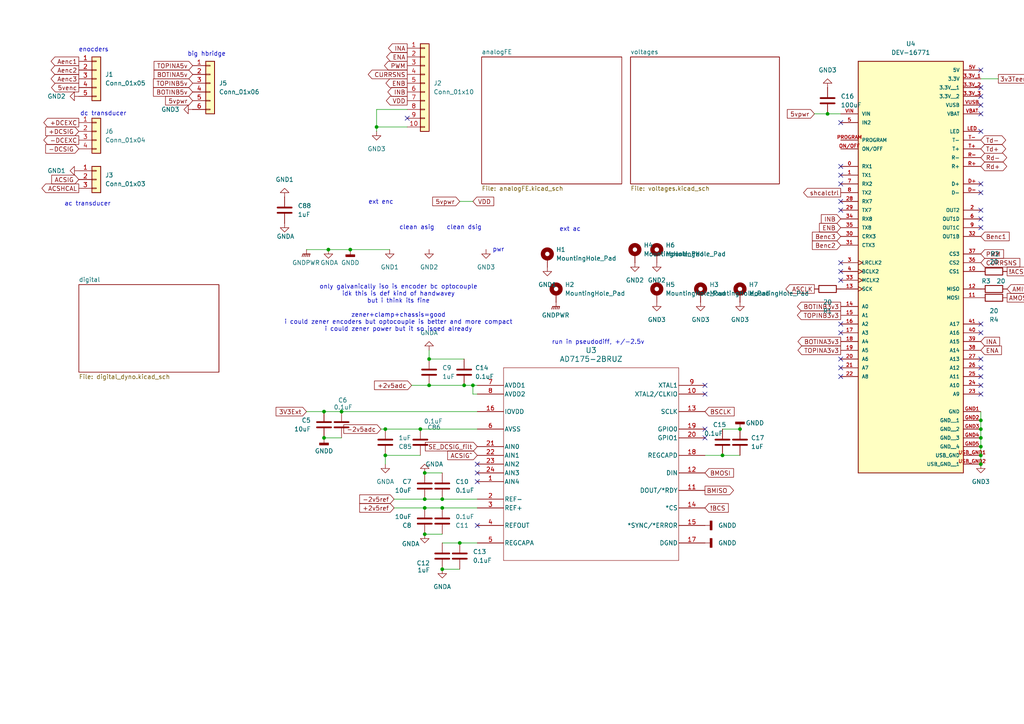
<source format=kicad_sch>
(kicad_sch (version 20231120) (generator "eeschema") (generator_version "8.0")
  (paper "A4")
  (lib_symbols
    (symbol "C_2" (pin_numbers hide) (pin_names (offset 0.254))
      (property "Reference" "C" (at 0.635 2.54 0))
      (property "Value" "C" (at 0.635 -2.54 0))
      (symbol "C_2_0_1"
        (polyline (pts (xy -2.032 -0.762) (xy 2.032 -0.762)) (stroke (width 0.508)))
        (polyline (pts (xy -2.032 0.762) (xy 2.032 0.762)) (stroke (width 0.508)))
      )
      (symbol "C_2_1_1"
        (pin passive line (at 0 3.81 270) (length 2.794) (name "~") (number "1"))
        (pin passive line (at 0 -3.81 90) (length 2.794) (name "~") (number "2"))
      )
    )
    (symbol "Connector_Generic:Conn_01x03" (pin_names (offset 1.016) hide)
      (property "Reference" "J" (at 0 5.08 0))
      (property "Value" "Conn_01x03" (at 0 -5.08 0))
      (symbol "Conn_01x03_1_1"
        (rectangle (start -1.27 -2.413) (end 0 -2.667) (stroke (width 0.1524)))
        (rectangle (start -1.27 0.127) (end 0 -0.127) (stroke (width 0.1524)))
        (rectangle (start -1.27 2.667) (end 0 2.413) (stroke (width 0.1524)))
        (rectangle (start -1.27 3.81) (end 1.27 -3.81) (stroke (width 0.254)) (fill (type background)))
        (pin passive line (at -5.08 2.54 0) (length 3.81) (name "Pin_1") (number "1"))
        (pin passive line (at -5.08 0 0) (length 3.81) (name "Pin_2") (number "2"))
        (pin passive line (at -5.08 -2.54 0) (length 3.81) (name "Pin_3") (number "3"))
      )
    )
    (symbol "Connector_Generic:Conn_01x04" (pin_names (offset 1.016) hide)
      (property "Reference" "J" (at 0 5.08 0))
      (property "Value" "Conn_01x04" (at 0 -7.62 0))
      (symbol "Conn_01x04_1_1"
        (rectangle (start -1.27 -4.953) (end 0 -5.207) (stroke (width 0.1524)))
        (rectangle (start -1.27 -2.413) (end 0 -2.667) (stroke (width 0.1524)))
        (rectangle (start -1.27 0.127) (end 0 -0.127) (stroke (width 0.1524)))
        (rectangle (start -1.27 2.667) (end 0 2.413) (stroke (width 0.1524)))
        (rectangle (start -1.27 3.81) (end 1.27 -6.35) (stroke (width 0.254)) (fill (type background)))
        (pin passive line (at -5.08 2.54 0) (length 3.81) (name "Pin_1") (number "1"))
        (pin passive line (at -5.08 0 0) (length 3.81) (name "Pin_2") (number "2"))
        (pin passive line (at -5.08 -2.54 0) (length 3.81) (name "Pin_3") (number "3"))
        (pin passive line (at -5.08 -5.08 0) (length 3.81) (name "Pin_4") (number "4"))
      )
    )
    (symbol "Connector_Generic:Conn_01x05" (pin_names (offset 1.016) hide)
      (property "Reference" "J" (at 0 7.62 0))
      (property "Value" "Conn_01x05" (at 0 -7.62 0))
      (symbol "Conn_01x05_1_1"
        (rectangle (start -1.27 -4.953) (end 0 -5.207) (stroke (width 0.1524)))
        (rectangle (start -1.27 -2.413) (end 0 -2.667) (stroke (width 0.1524)))
        (rectangle (start -1.27 0.127) (end 0 -0.127) (stroke (width 0.1524)))
        (rectangle (start -1.27 2.667) (end 0 2.413) (stroke (width 0.1524)))
        (rectangle (start -1.27 5.207) (end 0 4.953) (stroke (width 0.1524)))
        (rectangle (start -1.27 6.35) (end 1.27 -6.35) (stroke (width 0.254)) (fill (type background)))
        (pin passive line (at -5.08 5.08 0) (length 3.81) (name "Pin_1") (number "1"))
        (pin passive line (at -5.08 2.54 0) (length 3.81) (name "Pin_2") (number "2"))
        (pin passive line (at -5.08 0 0) (length 3.81) (name "Pin_3") (number "3"))
        (pin passive line (at -5.08 -2.54 0) (length 3.81) (name "Pin_4") (number "4"))
        (pin passive line (at -5.08 -5.08 0) (length 3.81) (name "Pin_5") (number "5"))
      )
    )
    (symbol "Connector_Generic:Conn_01x06" (pin_names (offset 1.016) hide)
      (property "Reference" "J" (at 0 7.62 0))
      (property "Value" "Conn_01x06" (at 0 -10.16 0))
      (symbol "Conn_01x06_1_1"
        (rectangle (start -1.27 -7.493) (end 0 -7.747) (stroke (width 0.1524)))
        (rectangle (start -1.27 -4.953) (end 0 -5.207) (stroke (width 0.1524)))
        (rectangle (start -1.27 -2.413) (end 0 -2.667) (stroke (width 0.1524)))
        (rectangle (start -1.27 0.127) (end 0 -0.127) (stroke (width 0.1524)))
        (rectangle (start -1.27 2.667) (end 0 2.413) (stroke (width 0.1524)))
        (rectangle (start -1.27 5.207) (end 0 4.953) (stroke (width 0.1524)))
        (rectangle (start -1.27 6.35) (end 1.27 -8.89) (stroke (width 0.254)) (fill (type background)))
        (pin passive line (at -5.08 5.08 0) (length 3.81) (name "Pin_1") (number "1"))
        (pin passive line (at -5.08 2.54 0) (length 3.81) (name "Pin_2") (number "2"))
        (pin passive line (at -5.08 0 0) (length 3.81) (name "Pin_3") (number "3"))
        (pin passive line (at -5.08 -2.54 0) (length 3.81) (name "Pin_4") (number "4"))
        (pin passive line (at -5.08 -5.08 0) (length 3.81) (name "Pin_5") (number "5"))
        (pin passive line (at -5.08 -7.62 0) (length 3.81) (name "Pin_6") (number "6"))
      )
    )
    (symbol "Connector_Generic:Conn_01x10" (pin_names (offset 1.016) hide)
      (property "Reference" "J" (at 0 12.7 0))
      (property "Value" "Conn_01x10" (at 0 -15.24 0))
      (symbol "Conn_01x10_1_1"
        (rectangle (start -1.27 -12.573) (end 0 -12.827) (stroke (width 0.1524)))
        (rectangle (start -1.27 -10.033) (end 0 -10.287) (stroke (width 0.1524)))
        (rectangle (start -1.27 -7.493) (end 0 -7.747) (stroke (width 0.1524)))
        (rectangle (start -1.27 -4.953) (end 0 -5.207) (stroke (width 0.1524)))
        (rectangle (start -1.27 -2.413) (end 0 -2.667) (stroke (width 0.1524)))
        (rectangle (start -1.27 0.127) (end 0 -0.127) (stroke (width 0.1524)))
        (rectangle (start -1.27 2.667) (end 0 2.413) (stroke (width 0.1524)))
        (rectangle (start -1.27 5.207) (end 0 4.953) (stroke (width 0.1524)))
        (rectangle (start -1.27 7.747) (end 0 7.493) (stroke (width 0.1524)))
        (rectangle (start -1.27 10.287) (end 0 10.033) (stroke (width 0.1524)))
        (rectangle (start -1.27 11.43) (end 1.27 -13.97) (stroke (width 0.254)) (fill (type background)))
        (pin passive line (at -5.08 10.16 0) (length 3.81) (name "Pin_1") (number "1"))
        (pin passive line (at -5.08 -12.7 0) (length 3.81) (name "Pin_10") (number "10"))
        (pin passive line (at -5.08 7.62 0) (length 3.81) (name "Pin_2") (number "2"))
        (pin passive line (at -5.08 5.08 0) (length 3.81) (name "Pin_3") (number "3"))
        (pin passive line (at -5.08 2.54 0) (length 3.81) (name "Pin_4") (number "4"))
        (pin passive line (at -5.08 0 0) (length 3.81) (name "Pin_5") (number "5"))
        (pin passive line (at -5.08 -2.54 0) (length 3.81) (name "Pin_6") (number "6"))
        (pin passive line (at -5.08 -5.08 0) (length 3.81) (name "Pin_7") (number "7"))
        (pin passive line (at -5.08 -7.62 0) (length 3.81) (name "Pin_8") (number "8"))
        (pin passive line (at -5.08 -10.16 0) (length 3.81) (name "Pin_9") (number "9"))
      )
    )
    (symbol "Device:C" (pin_numbers hide) (pin_names (offset 0.254))
      (property "Reference" "C" (at 0.635 2.54 0))
      (property "Value" "C" (at 0.635 -2.54 0))
      (symbol "C_0_1"
        (polyline (pts (xy -2.032 -0.762) (xy 2.032 -0.762)) (stroke (width 0.508)))
        (polyline (pts (xy -2.032 0.762) (xy 2.032 0.762)) (stroke (width 0.508)))
      )
      (symbol "C_1_1"
        (pin passive line (at 0 3.81 270) (length 2.794) (name "~") (number "1"))
        (pin passive line (at 0 -3.81 90) (length 2.794) (name "~") (number "2"))
      )
    )
    (symbol "Device:R" (pin_numbers hide) (pin_names (offset 0))
      (property "Reference" "R" (at 2.032 0 90))
      (property "Value" "R" (at 0 0 90))
      (symbol "R_0_1"
        (rectangle (start -1.016 -2.54) (end 1.016 2.54) (stroke (width 0.254)))
      )
      (symbol "R_1_1"
        (pin passive line (at 0 3.81 270) (length 1.27) (name "~") (number "1"))
        (pin passive line (at 0 -3.81 90) (length 1.27) (name "~") (number "2"))
      )
    )
    (symbol "GNDA_1" (power) (pin_numbers hide) (pin_names (offset 0) hide)
      (property "Value" "GNDA" (at 0 -3.81 0))
      (symbol "GNDA_1_0_1"
        (polyline (pts (xy 0 0) (xy 0 -1.27) (xy 1.27 -1.27) (xy 0 -2.54) (xy -1.27 -1.27) (xy 0 -1.27)))
      )
      (symbol "GNDA_1_1_1"
        (pin power_in line (at 0 0 270) (length 0) (name "~") (number "1"))
      )
    )
    (symbol "GNDD_1" (power) (pin_numbers hide) (pin_names (offset 0) hide)
      (property "Value" "GNDD" (at 0 -3.175 0))
      (symbol "GNDD_1_0_1"
        (rectangle (start -1.27 -1.524) (end 1.27 -2.032) (stroke (width 0.254)) (fill (type outline)))
        (polyline (pts (xy 0 0) (xy 0 -1.524)))
      )
      (symbol "GNDD_1_1_1"
        (pin power_in line (at 0 0 270) (length 0) (name "~") (number "1"))
      )
    )
    (symbol "Mechanical:MountingHole_Pad" (pin_numbers hide) (pin_names (offset 1.016) hide) (exclude_from_sim yes) (in_bom no)
      (property "Reference" "H" (at 0 6.35 0))
      (property "Value" "MountingHole_Pad" (at 0 4.445 0))
      (symbol "MountingHole_Pad_0_1"
        (circle (center 0 1.27) (radius 1.27) (stroke (width 1.27)))
      )
      (symbol "MountingHole_Pad_1_1"
        (pin input line (at 0 -2.54 90) (length 2.54) (name "1") (number "1"))
      )
    )
    (symbol "dyno_inst_sym:AD7175-2BRUZ" (pin_names (offset 0.254))
      (property "Reference" "U" (at 33.02 10.16 0))
      (property "Value" "AD7175-2BRUZ" (at 33.02 7.62 0))
      (symbol "AD7175-2BRUZ_0_1"
        (polyline (pts (xy 7.62 -50.8) (xy 58.42 -50.8)) (stroke (width 0.127)))
        (polyline (pts (xy 7.62 5.08) (xy 7.62 -50.8)) (stroke (width 0.127)))
        (polyline (pts (xy 58.42 -50.8) (xy 58.42 5.08)) (stroke (width 0.127)))
        (polyline (pts (xy 58.42 5.08) (xy 7.62 5.08)) (stroke (width 0.127)))
        (pin unspecified line (at 0 -27.94 0) (length 7.62) (name "AIN4") (number "1"))
        (pin unspecified line (at 66.04 -2.54 180) (length 7.62) (name "XTAL2/CLKIO") (number "10"))
        (pin unspecified line (at 66.04 -30.48 180) (length 7.62) (name "DOUT/*RDY") (number "11"))
        (pin unspecified line (at 66.04 -25.4 180) (length 7.62) (name "DIN") (number "12"))
        (pin unspecified line (at 66.04 -7.62 180) (length 7.62) (name "SCLK") (number "13"))
        (pin unspecified line (at 66.04 -35.56 180) (length 7.62) (name "*CS") (number "14"))
        (pin unspecified line (at 66.04 -40.64 180) (length 7.62) (name "*SYNC/*ERROR") (number "15"))
        (pin unspecified line (at 0 -7.62 0) (length 7.62) (name "IOVDD") (number "16"))
        (pin unspecified line (at 66.04 -45.72 180) (length 7.62) (name "DGND") (number "17"))
        (pin unspecified line (at 66.04 -20.32 180) (length 7.62) (name "REGCAPD") (number "18"))
        (pin unspecified line (at 66.04 -12.7 180) (length 7.62) (name "GPIO0") (number "19"))
        (pin unspecified line (at 0 -33.02 0) (length 7.62) (name "REF-") (number "2"))
        (pin unspecified line (at 66.04 -15.24 180) (length 7.62) (name "GPIO1") (number "20"))
        (pin unspecified line (at 0 -17.78 0) (length 7.62) (name "AIN0") (number "21"))
        (pin unspecified line (at 0 -20.32 0) (length 7.62) (name "AIN1") (number "22"))
        (pin unspecified line (at 0 -22.86 0) (length 7.62) (name "AIN2") (number "23"))
        (pin unspecified line (at 0 -25.4 0) (length 7.62) (name "AIN3") (number "24"))
        (pin unspecified line (at 0 -35.56 0) (length 7.62) (name "REF+") (number "3"))
        (pin unspecified line (at 0 -40.64 0) (length 7.62) (name "REFOUT") (number "4"))
        (pin unspecified line (at 0 -45.72 0) (length 7.62) (name "REGCAPA") (number "5"))
        (pin unspecified line (at 0 -12.7 0) (length 7.62) (name "AVSS") (number "6"))
        (pin unspecified line (at 0 0 0) (length 7.62) (name "AVDD1") (number "7"))
        (pin unspecified line (at 0 -2.54 0) (length 7.62) (name "AVDD2") (number "8"))
        (pin unspecified line (at 66.04 0 180) (length 7.62) (name "XTAL1") (number "9"))
      )
    )
    (symbol "dyno_inst_sym:DEV-16771" (pin_names (offset 1.016))
      (property "Reference" "U5" (at 0 55.245 0))
      (property "Value" "DEV-16771" (at 0 52.705 0))
      (symbol "DEV-16771_0_0"
        (rectangle (start -15.24 -68.58) (end 15.24 50.8) (stroke (width 0.254)) (fill (type background)))
        (pin bidirectional line (at -20.32 20.32 0) (length 5.08) (name "RX1") (number "0"))
        (pin bidirectional line (at -20.32 17.78 0) (length 5.08) (name "TX1") (number "1"))
        (pin bidirectional line (at 20.32 -10.16 180) (length 5.08) (name "CS1") (number "10"))
        (pin bidirectional line (at 20.32 -17.78 180) (length 5.08) (name "MOSI") (number "11"))
        (pin bidirectional line (at 20.32 -15.24 180) (length 5.08) (name "MISO") (number "12"))
        (pin bidirectional clock (at -20.32 -15.24 0) (length 5.08) (name "SCK") (number "13"))
        (pin bidirectional line (at -20.32 -20.32 0) (length 5.08) (name "A0") (number "14"))
        (pin bidirectional line (at -20.32 -22.86 0) (length 5.08) (name "A1") (number "15"))
        (pin bidirectional line (at -20.32 -25.4 0) (length 5.08) (name "A2") (number "16"))
        (pin bidirectional line (at -20.32 -27.94 0) (length 5.08) (name "A3") (number "17"))
        (pin bidirectional line (at -20.32 -30.48 0) (length 5.08) (name "A4") (number "18"))
        (pin bidirectional line (at -20.32 -33.02 0) (length 5.08) (name "A5") (number "19"))
        (pin output line (at 20.32 7.62 180) (length 5.08) (name "OUT2") (number "2"))
        (pin bidirectional line (at -20.32 -35.56 0) (length 5.08) (name "A6") (number "20"))
        (pin bidirectional line (at -20.32 -38.1 0) (length 5.08) (name "A7") (number "21"))
        (pin bidirectional line (at -20.32 -40.64 0) (length 5.08) (name "A8") (number "22"))
        (pin bidirectional line (at 20.32 -45.72 180) (length 5.08) (name "A9") (number "23"))
        (pin bidirectional line (at 20.32 -43.18 180) (length 5.08) (name "A10") (number "24"))
        (pin bidirectional line (at 20.32 -40.64 180) (length 5.08) (name "A11") (number "25"))
        (pin bidirectional line (at 20.32 -38.1 180) (length 5.08) (name "A12") (number "26"))
        (pin bidirectional line (at 20.32 -35.56 180) (length 5.08) (name "A13") (number "27"))
        (pin bidirectional line (at -20.32 10.16 0) (length 5.08) (name "RX7") (number "28"))
        (pin bidirectional line (at -20.32 7.62 0) (length 5.08) (name "TX7") (number "29"))
        (pin bidirectional clock (at -20.32 -7.62 0) (length 5.08) (name "LRCLK2") (number "3"))
        (pin power_in line (at 20.32 45.72 180) (length 5.08) (name "3.3V") (number "3.3V_1"))
        (pin power_in line (at 20.32 43.18 180) (length 5.08) (name "3.3V__1") (number "3.3V_2"))
        (pin power_in line (at 20.32 40.64 180) (length 5.08) (name "3.3V__2") (number "3.3V_3"))
        (pin bidirectional line (at -20.32 0 0) (length 5.08) (name "CRX3") (number "30"))
        (pin bidirectional line (at -20.32 -2.54 0) (length 5.08) (name "CTX3") (number "31"))
        (pin output line (at 20.32 0 180) (length 5.08) (name "OUT1B") (number "32"))
        (pin bidirectional clock (at -20.32 -12.7 0) (length 5.08) (name "MCLK2") (number "33"))
        (pin bidirectional line (at -20.32 5.08 0) (length 5.08) (name "RX8") (number "34"))
        (pin bidirectional line (at -20.32 2.54 0) (length 5.08) (name "TX8") (number "35"))
        (pin bidirectional line (at 20.32 -7.62 180) (length 5.08) (name "CS2") (number "36"))
        (pin bidirectional line (at 20.32 -5.08 180) (length 5.08) (name "CS3") (number "37"))
        (pin bidirectional line (at 20.32 -33.02 180) (length 5.08) (name "A14") (number "38"))
        (pin bidirectional line (at 20.32 -30.48 180) (length 5.08) (name "A15") (number "39"))
        (pin bidirectional clock (at -20.32 -10.16 0) (length 5.08) (name "BCLK2") (number "4"))
        (pin bidirectional line (at 20.32 -27.94 180) (length 5.08) (name "A16") (number "40"))
        (pin bidirectional line (at 20.32 -25.4 180) (length 5.08) (name "A17") (number "41"))
        (pin bidirectional line (at -20.32 33.02 0) (length 5.08) (name "IN2") (number "5"))
        (pin power_in line (at 20.32 48.26 180) (length 5.08) (name "5V") (number "5V"))
        (pin output line (at 20.32 5.08 180) (length 5.08) (name "OUT1D") (number "6"))
        (pin bidirectional line (at -20.32 15.24 0) (length 5.08) (name "RX2") (number "7"))
        (pin bidirectional line (at -20.32 12.7 0) (length 5.08) (name "TX2") (number "8"))
        (pin output line (at 20.32 2.54 180) (length 5.08) (name "OUT1C") (number "9"))
        (pin bidirectional line (at 20.32 15.24 180) (length 5.08) (name "D+") (number "D+"))
        (pin bidirectional line (at 20.32 12.7 180) (length 5.08) (name "D-") (number "D-"))
        (pin power_in line (at 20.32 -50.8 180) (length 5.08) (name "GND") (number "GND1"))
        (pin power_in line (at 20.32 -53.34 180) (length 5.08) (name "GND__1") (number "GND2"))
        (pin power_in line (at 20.32 -55.88 180) (length 5.08) (name "GND__2") (number "GND3"))
        (pin power_in line (at 20.32 -58.42 180) (length 5.08) (name "GND__3") (number "GND4"))
        (pin power_in line (at 20.32 -60.96 180) (length 5.08) (name "GND__4") (number "GND5"))
        (pin bidirectional line (at 20.32 30.48 180) (length 5.08) (name "LED") (number "LED"))
        (pin bidirectional line (at -20.32 25.4 0) (length 5.08) (name "ON/OFF") (number "ON/OFF"))
        (pin bidirectional line (at -20.32 27.94 0) (length 5.08) (name "PROGRAM") (number "PROGRAM"))
        (pin bidirectional line (at 20.32 20.32 180) (length 5.08) (name "R+") (number "R+"))
        (pin bidirectional line (at 20.32 22.86 180) (length 5.08) (name "R-") (number "R-"))
        (pin bidirectional line (at 20.32 25.4 180) (length 5.08) (name "T+") (number "T+"))
        (pin bidirectional line (at 20.32 27.94 180) (length 5.08) (name "T-") (number "T-"))
        (pin power_in line (at 20.32 -63.5 180) (length 5.08) (name "USB_GND") (number "USB_GND1"))
        (pin power_in line (at 20.32 -66.04 180) (length 5.08) (name "USB_GND__1") (number "USB_GND2"))
        (pin passive line (at 20.32 35.56 180) (length 5.08) (name "VBAT") (number "VBAT"))
        (pin input line (at -20.32 35.56 0) (length 5.08) (name "VIN") (number "VIN"))
        (pin passive line (at 20.32 38.1 180) (length 5.08) (name "VUSB") (number "VUSB"))
      )
    )
    (symbol "power:GND1" (power) (pin_numbers hide) (pin_names (offset 0) hide)
      (property "Value" "GND1" (at 0 -3.81 0))
      (symbol "GND1_0_1"
        (polyline (pts (xy 0 0) (xy 0 -1.27) (xy 1.27 -1.27) (xy 0 -2.54) (xy -1.27 -1.27) (xy 0 -1.27)))
      )
      (symbol "GND1_1_1"
        (pin power_in line (at 0 0 270) (length 0) (name "~") (number "1"))
      )
    )
    (symbol "power:GND2" (power) (pin_numbers hide) (pin_names (offset 0) hide)
      (property "Value" "GND2" (at 0 -3.81 0))
      (symbol "GND2_0_1"
        (polyline (pts (xy 0 0) (xy 0 -1.27) (xy 1.27 -1.27) (xy 0 -2.54) (xy -1.27 -1.27) (xy 0 -1.27)))
      )
      (symbol "GND2_1_1"
        (pin power_in line (at 0 0 270) (length 0) (name "~") (number "1"))
      )
    )
    (symbol "power:GND3" (power) (pin_numbers hide) (pin_names (offset 0) hide)
      (property "Value" "GND3" (at 0 -3.81 0))
      (symbol "GND3_0_1"
        (polyline (pts (xy 0 0) (xy 0 -1.27) (xy 1.27 -1.27) (xy 0 -2.54) (xy -1.27 -1.27) (xy 0 -1.27)))
      )
      (symbol "GND3_1_1"
        (pin power_in line (at 0 0 270) (length 0) (name "~") (number "1"))
      )
    )
    (symbol "power:GNDA" (power) (pin_names (offset 0))
      (property "Value" "GNDA" (at 0 -3.81 0))
      (symbol "GNDA_0_1"
        (polyline (pts (xy 0 0) (xy 0 -1.27) (xy 1.27 -1.27) (xy 0 -2.54) (xy -1.27 -1.27) (xy 0 -1.27)))
      )
      (symbol "GNDA_1_1"
        (pin power_in line (at 0 0 270) (length 0) hide (name "GNDA") (number "1"))
      )
    )
    (symbol "power:GNDD" (power) (pin_names (offset 0))
      (property "Value" "GNDD" (at 0 -3.175 0))
      (symbol "GNDD_0_1"
        (rectangle (start -1.27 -1.524) (end 1.27 -2.032) (stroke (width 0.254)) (fill (type outline)))
        (polyline (pts (xy 0 0) (xy 0 -1.524)))
      )
      (symbol "GNDD_1_1"
        (pin power_in line (at 0 0 270) (length 0) hide (name "GNDD") (number "1"))
      )
    )
    (symbol "power:GNDPWR" (power) (pin_numbers hide) (pin_names (offset 0) hide)
      (property "Value" "GNDPWR" (at 0 -3.302 0))
      (symbol "GNDPWR_0_1"
        (polyline (pts (xy 0 -1.27) (xy 0 0)))
        (polyline (pts (xy -1.016 -1.27) (xy -1.27 -2.032) (xy -1.27 -2.032)) (stroke (width 0.2032)))
        (polyline (pts (xy -0.508 -1.27) (xy -0.762 -2.032) (xy -0.762 -2.032)) (stroke (width 0.2032)))
        (polyline (pts (xy 0 -1.27) (xy -0.254 -2.032) (xy -0.254 -2.032)) (stroke (width 0.2032)))
        (polyline (pts (xy 0.508 -1.27) (xy 0.254 -2.032) (xy 0.254 -2.032)) (stroke (width 0.2032)))
        (polyline (pts (xy 1.016 -1.27) (xy -1.016 -1.27) (xy -1.016 -1.27)) (stroke (width 0.2032)))
        (polyline (pts (xy 1.016 -1.27) (xy 0.762 -2.032) (xy 0.762 -2.032) (xy 0.762 -2.032)) (stroke (width 0.2032)))
      )
      (symbol "GNDPWR_1_1"
        (pin power_in line (at 0 0 270) (length 0) (name "~") (number "1"))
      )
    )
  )
  (junction (at 95.25 72.39))
  (junction (at 137.16 111.76))
  (junction (at 128.27 147.32))
  (junction (at 101.6 72.39))
  (junction (at 284.48 134.62))
  (junction (at 124.46 104.14))
  (junction (at 209.55 132.08))
  (junction (at 284.48 121.92))
  (junction (at 123.19 154.94))
  (junction (at 93.98 119.38))
  (junction (at 111.76 124.46))
  (junction (at 111.76 132.08))
  (junction (at 284.48 124.46))
  (junction (at 128.27 144.78))
  (junction (at 134.62 111.76))
  (junction (at 133.35 157.48))
  (junction (at 99.06 119.38))
  (junction (at 121.92 124.46))
  (junction (at 93.98 127))
  (junction (at 123.19 137.16))
  (junction (at 109.22 36.83))
  (junction (at 124.46 111.76))
  (junction (at 123.19 147.32))
  (junction (at 284.48 132.08))
  (junction (at 284.48 129.54))
  (junction (at 284.48 127))
  (junction (at 123.19 144.78))
  (junction (at 240.03 33.02))
  (junction (at 128.27 165.1))
  (junction (at 214.63 124.46))
  (no_connect (at 284.48 114.3))
  (no_connect (at 243.84 48.26))
  (no_connect (at 243.84 53.34))
  (no_connect (at 243.84 81.28))
  (no_connect (at 243.84 58.42))
  (no_connect (at 284.48 96.52))
  (no_connect (at 138.43 134.62))
  (no_connect (at 204.47 111.76))
  (no_connect (at 284.48 27.94))
  (no_connect (at 284.48 109.22))
  (no_connect (at 243.84 109.22))
  (no_connect (at 284.48 33.02))
  (no_connect (at 138.43 152.4))
  (no_connect (at 118.11 34.29))
  (no_connect (at 284.48 30.48))
  (no_connect (at 284.48 53.34))
  (no_connect (at 284.48 38.1))
  (no_connect (at 204.47 127))
  (no_connect (at 138.43 137.16))
  (no_connect (at 204.47 114.3))
  (no_connect (at 243.84 106.68))
  (no_connect (at 284.48 93.98))
  (no_connect (at 284.48 55.88))
  (no_connect (at 138.43 139.7))
  (no_connect (at 243.84 76.2))
  (no_connect (at 284.48 106.68))
  (no_connect (at 204.47 124.46))
  (no_connect (at 243.84 78.74))
  (no_connect (at 243.84 96.52))
  (no_connect (at 284.48 60.96))
  (no_connect (at 284.48 66.04))
  (no_connect (at 243.84 60.96))
  (no_connect (at 243.84 93.98))
  (no_connect (at 284.48 111.76))
  (no_connect (at 284.48 63.5))
  (no_connect (at 284.48 104.14))
  (no_connect (at 284.48 25.4))
  (no_connect (at 243.84 104.14))
  (no_connect (at 243.84 35.56))
  (no_connect (at 284.48 20.32))
  (no_connect (at 243.84 50.8))
  (wire (pts (xy 121.92 124.46) (xy 138.43 124.46)))
  (wire (pts (xy 138.43 114.3) (xy 137.16 114.3)))
  (wire (pts (xy 204.47 132.08) (xy 209.55 132.08)))
  (wire (pts (xy 124.46 101.6) (xy 124.46 104.14)))
  (wire (pts (xy 284.48 129.54) (xy 284.48 132.08)))
  (wire (pts (xy 99.06 119.38) (xy 138.43 119.38)))
  (wire (pts (xy 123.19 137.16) (xy 128.27 137.16)))
  (wire (pts (xy 109.22 36.83) (xy 109.22 38.1)))
  (wire (pts (xy 209.55 132.08) (xy 214.63 132.08)))
  (wire (pts (xy 123.19 147.32) (xy 128.27 147.32)))
  (wire (pts (xy 284.48 121.92) (xy 284.48 124.46)))
  (wire (pts (xy 124.46 111.76) (xy 134.62 111.76)))
  (wire (pts (xy 133.35 157.48) (xy 138.43 157.48)))
  (wire (pts (xy 209.55 124.46) (xy 214.63 124.46)))
  (wire (pts (xy 128.27 157.48) (xy 133.35 157.48)))
  (wire (pts (xy 289.56 22.86) (xy 284.48 22.86)))
  (wire (pts (xy 88.9 119.38) (xy 93.98 119.38)))
  (wire (pts (xy 111.76 134.62) (xy 111.76 132.08)))
  (wire (pts (xy 137.16 58.42) (xy 133.35 58.42)))
  (wire (pts (xy 101.6 72.39) (xy 113.03 72.39)))
  (wire (pts (xy 119.38 111.76) (xy 124.46 111.76)))
  (wire (pts (xy 114.3 144.78) (xy 123.19 144.78)))
  (wire (pts (xy 284.48 127) (xy 284.48 129.54)))
  (wire (pts (xy 88.9 72.39) (xy 95.25 72.39)))
  (wire (pts (xy 284.48 132.08) (xy 284.48 134.62)))
  (wire (pts (xy 128.27 144.78) (xy 138.43 144.78)))
  (wire (pts (xy 111.76 132.08) (xy 121.92 132.08)))
  (wire (pts (xy 110.49 124.46) (xy 111.76 124.46)))
  (wire (pts (xy 284.48 119.38) (xy 284.48 121.92)))
  (wire (pts (xy 284.48 124.46) (xy 284.48 127)))
  (wire (pts (xy 93.98 127) (xy 99.06 127)))
  (wire (pts (xy 137.16 114.3) (xy 137.16 111.76)))
  (wire (pts (xy 118.11 31.75) (xy 109.22 31.75)))
  (wire (pts (xy 118.11 36.83) (xy 109.22 36.83)))
  (wire (pts (xy 123.19 154.94) (xy 128.27 154.94)))
  (wire (pts (xy 128.27 147.32) (xy 138.43 147.32)))
  (wire (pts (xy 240.03 33.02) (xy 243.84 33.02)))
  (wire (pts (xy 95.25 72.39) (xy 101.6 72.39)))
  (wire (pts (xy 114.3 147.32) (xy 123.19 147.32)))
  (wire (pts (xy 111.76 124.46) (xy 121.92 124.46)))
  (wire (pts (xy 236.22 33.02) (xy 240.03 33.02)))
  (wire (pts (xy 109.22 31.75) (xy 109.22 36.83)))
  (wire (pts (xy 128.27 165.1) (xy 133.35 165.1)))
  (wire (pts (xy 93.98 119.38) (xy 99.06 119.38)))
  (wire (pts (xy 134.62 111.76) (xy 137.16 111.76)))
  (wire (pts (xy 123.19 144.78) (xy 128.27 144.78)))
  (wire (pts (xy 124.46 104.14) (xy 134.62 104.14)))
  (wire (pts (xy 137.16 111.76) (xy 138.43 111.76)))
  (text "dc transducer\n" (at 29.972 33.02 0) (effects (font (size 1.27 1.27))))
  (text "clean dsig" (at 134.62 66.04 0) (effects (font (size 1.27 1.27))))
  (text "big hbridge" (at 59.944 15.748 0) (effects (font (size 1.27 1.27))))
  (text "pwr" (at 144.5731 72.4792 0) (effects (font (size 1.27 1.27))))
  (text "ext enc" (at 110.49 58.674 0) (effects (font (size 1.27 1.27))))
  (text "only galvanically iso is encoder bc optocouple\nidk this is def kind of handwavey\nbut i think its fine\n\nzener+clamp+chassis=good\ni could zener encoders but optocouple is better and more compact\ni could zener power but it so isoed already" (at 115.57 89.408 0) (effects (font (size 1.27 1.27))))
  (text "run in pseudodiff, +/-2.5v" (at 173.482 99.314 0) (effects (font (size 1.27 1.27))))
  (text "ext ac" (at 165.354 66.548 0) (effects (font (size 1.27 1.27))))
  (text "clean asig" (at 120.904 66.04 0) (effects (font (size 1.27 1.27))))
  (text "enocders" (at 27.178 14.478 0) (effects (font (size 1.27 1.27))))
  (text "ac transducer" (at 25.4 59.182 0) (effects (font (size 1.27 1.27))))
  (global_label "ACSIG^" (shape input) (at 138.43 132.08 180) (property "Intersheetrefs" "${INTERSHEET_REFS}" (effects (hide yes))))
  (global_label "SE_DCSIG_filt" (shape input) (at 138.43 129.54 180) (property "Intersheetrefs" "${INTERSHEET_REFS}" (effects (hide yes))))
  (global_label "5vpwr" (shape input) (at 133.35 58.42 180) (property "Intersheetrefs" "${INTERSHEET_REFS}" (effects (hide yes))))
  (global_label "PWM" (shape input) (at 284.48 73.66 0) (property "Intersheetrefs" "${INTERSHEET_REFS}" (effects (hide yes))))
  (global_label "+2v5adc" (shape input) (at 119.38 111.76 180) (property "Intersheetrefs" "${INTERSHEET_REFS}" (effects (hide yes))))
  (global_label "Benc3" (shape input) (at 243.84 68.58 180) (property "Intersheetrefs" "${INTERSHEET_REFS}" (effects (hide yes))))
  (global_label "BOTINB5v" (shape input) (at 55.88 26.67 180) (property "Intersheetrefs" "${INTERSHEET_REFS}" (effects (hide yes))))
  (global_label "INB" (shape input) (at 243.84 63.5 180) (property "Intersheetrefs" "${INTERSHEET_REFS}" (effects (hide yes))))
  (global_label "Td-" (shape bidirectional) (at 284.48 40.64 0) (property "Intersheetrefs" "${INTERSHEET_REFS}" (effects (hide yes))))
  (global_label "CURRSNS" (shape output) (at 118.11 21.59 180) (property "Intersheetrefs" "${INTERSHEET_REFS}" (effects (hide yes))))
  (global_label "-2v5adc" (shape input) (at 110.49 124.46 180) (property "Intersheetrefs" "${INTERSHEET_REFS}" (effects (hide yes))))
  (global_label "TOPINA5v" (shape input) (at 55.88 19.05 180) (property "Intersheetrefs" "${INTERSHEET_REFS}" (effects (hide yes))))
  (global_label "AMOSI" (shape output) (at 292.1 86.36 0) (property "Intersheetrefs" "${INTERSHEET_REFS}" (effects (hide yes))))
  (global_label "3V3Ext" (shape input) (at 88.9 119.38 180) (property "Intersheetrefs" "${INTERSHEET_REFS}" (effects (hide yes))))
  (global_label "+2v5ref" (shape input) (at 114.3 147.32 180) (property "Intersheetrefs" "${INTERSHEET_REFS}" (effects (hide yes))))
  (global_label "!ACS" (shape output) (at 292.1 78.74 0) (property "Intersheetrefs" "${INTERSHEET_REFS}" (effects (hide yes))))
  (global_label "!BCS" (shape input) (at 204.47 147.32 0) (property "Intersheetrefs" "${INTERSHEET_REFS}" (effects (hide yes))))
  (global_label "ENA" (shape output) (at 118.11 16.51 180) (property "Intersheetrefs" "${INTERSHEET_REFS}" (effects (hide yes))))
  (global_label "ACSIG" (shape input) (at 22.86 52.07 180) (property "Intersheetrefs" "${INTERSHEET_REFS}" (effects (hide yes))))
  (global_label "Benc1" (shape input) (at 284.48 68.58 0) (property "Intersheetrefs" "${INTERSHEET_REFS}" (effects (hide yes))))
  (global_label "Aenc2" (shape output) (at 22.86 20.32 180) (property "Intersheetrefs" "${INTERSHEET_REFS}" (effects (hide yes))))
  (global_label "VDD" (shape input) (at 137.16 58.42 0) (property "Intersheetrefs" "${INTERSHEET_REFS}" (effects (hide yes))))
  (global_label "3v3Teensy" (shape output) (at 289.56 22.86 0) (property "Intersheetrefs" "${INTERSHEET_REFS}" (effects (hide yes))))
  (global_label "+DCSIG" (shape input) (at 22.86 38.1 180) (property "Intersheetrefs" "${INTERSHEET_REFS}" (effects (hide yes))))
  (global_label "5venc" (shape output) (at 22.86 25.4 180) (property "Intersheetrefs" "${INTERSHEET_REFS}" (effects (hide yes))))
  (global_label "TOPINA3v3" (shape output) (at 243.84 101.6 180) (property "Intersheetrefs" "${INTERSHEET_REFS}" (effects (hide yes))))
  (global_label "5vpwr" (shape input) (at 236.22 33.02 180) (property "Intersheetrefs" "${INTERSHEET_REFS}" (effects (hide yes))))
  (global_label "Rd-" (shape bidirectional) (at 284.48 45.72 0) (property "Intersheetrefs" "${INTERSHEET_REFS}" (effects (hide yes))))
  (global_label "BMOSI" (shape input) (at 204.47 137.16 0) (property "Intersheetrefs" "${INTERSHEET_REFS}" (effects (hide yes))))
  (global_label "TOPINB5v" (shape input) (at 55.88 24.13 180) (property "Intersheetrefs" "${INTERSHEET_REFS}" (effects (hide yes))))
  (global_label "-2v5ref" (shape input) (at 114.3 144.78 180) (property "Intersheetrefs" "${INTERSHEET_REFS}" (effects (hide yes))))
  (global_label "ENB" (shape output) (at 118.11 24.13 180) (property "Intersheetrefs" "${INTERSHEET_REFS}" (effects (hide yes))))
  (global_label "PWM" (shape output) (at 118.11 19.05 180) (property "Intersheetrefs" "${INTERSHEET_REFS}" (effects (hide yes))))
  (global_label "ENA" (shape input) (at 284.48 101.6 0) (property "Intersheetrefs" "${INTERSHEET_REFS}" (effects (hide yes))))
  (global_label "INB" (shape output) (at 118.11 26.67 180) (property "Intersheetrefs" "${INTERSHEET_REFS}" (effects (hide yes))))
  (global_label "shcalctrl" (shape output) (at 243.84 55.88 180) (property "Intersheetrefs" "${INTERSHEET_REFS}" (effects (hide yes))))
  (global_label "VDD" (shape output) (at 118.11 29.21 180) (property "Intersheetrefs" "${INTERSHEET_REFS}" (effects (hide yes))))
  (global_label "BOTINA3v3" (shape output) (at 243.84 99.06 180) (property "Intersheetrefs" "${INTERSHEET_REFS}" (effects (hide yes))))
  (global_label "TOPINB3v3" (shape output) (at 243.84 91.44 180) (property "Intersheetrefs" "${INTERSHEET_REFS}" (effects (hide yes))))
  (global_label "INA" (shape input) (at 284.48 99.06 0) (property "Intersheetrefs" "${INTERSHEET_REFS}" (effects (hide yes))))
  (global_label "CURRSNS" (shape input) (at 284.48 76.2 0) (property "Intersheetrefs" "${INTERSHEET_REFS}" (effects (hide yes))))
  (global_label "Benc2" (shape input) (at 243.84 71.12 180) (property "Intersheetrefs" "${INTERSHEET_REFS}" (effects (hide yes))))
  (global_label "-DCSIG" (shape input) (at 22.86 43.18 180) (property "Intersheetrefs" "${INTERSHEET_REFS}" (effects (hide yes))))
  (global_label "AMISO" (shape input) (at 292.1 83.82 0) (property "Intersheetrefs" "${INTERSHEET_REFS}" (effects (hide yes))))
  (global_label "ENB" (shape input) (at 243.84 66.04 180) (property "Intersheetrefs" "${INTERSHEET_REFS}" (effects (hide yes))))
  (global_label "BMISO" (shape output) (at 204.47 142.24 0) (property "Intersheetrefs" "${INTERSHEET_REFS}" (effects (hide yes))))
  (global_label "Aenc1" (shape output) (at 22.86 17.78 180) (property "Intersheetrefs" "${INTERSHEET_REFS}" (effects (hide yes))))
  (global_label "ASCLK" (shape output) (at 236.22 83.82 180) (property "Intersheetrefs" "${INTERSHEET_REFS}" (effects (hide yes))))
  (global_label "Rd+" (shape bidirectional) (at 284.48 48.26 0) (property "Intersheetrefs" "${INTERSHEET_REFS}" (effects (hide yes))))
  (global_label "Aenc3" (shape output) (at 22.86 22.86 180) (property "Intersheetrefs" "${INTERSHEET_REFS}" (effects (hide yes))))
  (global_label "INA" (shape output) (at 118.11 13.97 180) (property "Intersheetrefs" "${INTERSHEET_REFS}" (effects (hide yes))))
  (global_label "BOTINA5v" (shape input) (at 55.88 21.59 180) (property "Intersheetrefs" "${INTERSHEET_REFS}" (effects (hide yes))))
  (global_label "BOTINB3v3" (shape output) (at 243.84 88.9 180) (property "Intersheetrefs" "${INTERSHEET_REFS}" (effects (hide yes))))
  (global_label "+DCEXC" (shape output) (at 22.86 35.56 180) (property "Intersheetrefs" "${INTERSHEET_REFS}" (effects (hide yes))))
  (global_label "BSCLK" (shape input) (at 204.47 119.38 0) (property "Intersheetrefs" "${INTERSHEET_REFS}" (effects (hide yes))))
  (global_label "-DCEXC" (shape output) (at 22.86 40.64 180) (property "Intersheetrefs" "${INTERSHEET_REFS}" (effects (hide yes))))
  (global_label "5vpwr" (shape input) (at 55.88 29.21 180) (property "Intersheetrefs" "${INTERSHEET_REFS}" (effects (hide yes))))
  (global_label "Td+" (shape bidirectional) (at 284.48 43.18 0) (property "Intersheetrefs" "${INTERSHEET_REFS}" (effects (hide yes))))
  (global_label "ACSHCAL" (shape output) (at 22.86 54.61 180) (property "Intersheetrefs" "${INTERSHEET_REFS}" (effects (hide yes))))
  (symbol (lib_id "power:GND3") (at 284.48 134.62 0) (unit 1)
    (property "Reference" "#PWR0119" (effects (hide yes)))
    (property "Value" "GND3" (at 284.48 139.7 0))
    (property "Description" "Power symbol creates a global label with name \"GND3\" , ground" (effects (hide yes)))
  )
  (symbol (lib_id "power:GNDD") (at 93.98 127 0) (unit 1)
    (property "Reference" "#PWR018" (effects (hide yes)))
    (property "Value" "GNDD" (at 93.98 130.81 0))
  )
  (symbol (lib_id "power:GND3") (at 190.5 87.63 0) (unit 1)
    (property "Reference" "#PWR0116" (effects (hide yes)))
    (property "Value" "GND3" (at 190.5 92.71 0))
    (property "Description" "Power symbol creates a global label with name \"GND3\" , ground" (effects (hide yes)))
  )
  (symbol (lib_name "GNDA_1") (lib_id "power:GNDA") (at 82.55 64.77 0) (unit 1)
    (property "Reference" "#PWR0121" (effects (hide yes)))
    (property "Value" "GNDA" (at 82.804 68.58 0))
    (property "Description" "Power symbol creates a global label with name \"GNDA\" , analog ground" (effects (hide yes)))
  )
  (symbol (lib_id "power:GNDPWR") (at 88.9 72.39 0) (unit 1)
    (property "Reference" "#PWR025" (effects (hide yes)))
    (property "Value" "GNDPWR" (at 88.773 76.2 0))
    (property "Description" "Power symbol creates a global label with name \"GNDPWR\" , global ground" (effects (hide yes)))
  )
  (symbol (lib_id "Connector_Generic:Conn_01x06") (at 60.96 24.13 0) (unit 1)
    (property "Reference" "J5" (at 63.5 24.1299 0) (effects (justify left)))
    (property "Value" "Conn_01x06" (at 63.5 26.6699 0) (effects (justify left)))
    (property "Footprint" "Connector_PinHeader_2.54mm:PinHeader_1x06_P2.54mm_Vertical" (effects (hide yes)))
    (property "Description" "Generic connector, single row, 01x06, script generated (kicad-library-utils/schlib/autogen/connector/)" (effects (hide yes)))
  )
  (symbol (lib_id "power:GND3") (at 203.2 87.63 0) (unit 1)
    (property "Reference" "#PWR0112" (effects (hide yes)))
    (property "Value" "GND3" (at 203.2 92.71 0))
    (property "Description" "Power symbol creates a global label with name \"GND3\" , ground" (effects (hide yes)))
  )
  (symbol (lib_id "power:GND3") (at 240.03 25.4 180) (unit 1)
    (property "Reference" "#PWR029" (effects (hide yes)))
    (property "Value" "GND3" (at 240.03 20.32 0))
    (property "Description" "Power symbol creates a global label with name \"GND3\" , ground" (effects (hide yes)))
  )
  (symbol (lib_id "Connector_Generic:Conn_01x03") (at 27.94 52.07 0) (unit 1)
    (property "Reference" "J3" (at 30.48 50.7999 0) (effects (justify left)))
    (property "Value" "Conn_01x03" (at 30.48 53.3399 0) (effects (justify left)))
    (property "Footprint" "peripheralio:CONN_T4041017041-000_TEC" (effects (hide yes)))
    (property "Description" "Generic connector, single row, 01x03, script generated (kicad-library-utils/schlib/autogen/connector/)" (effects (hide yes)))
  )
  (symbol (lib_id "Device:R") (at 288.29 86.36 90) (mirror x) (unit 1)
    (property "Reference" "R4" (at 288.29 92.71 90))
    (property "Value" "20" (at 288.29 90.17 90))
    (property "Footprint" "Resistor_SMD:R_0402_1005Metric" (effects (hide yes)))
    (property "Description" "Resistor" (effects (hide yes)))
  )
  (symbol (lib_id "power:GNDD") (at 204.47 157.48 90) (unit 1)
    (property "Reference" "#PWR028" (effects (hide yes)))
    (property "Value" "GNDD" (at 208.28 157.48 90) (effects (justify right)))
  )
  (symbol (lib_id "Device:C") (at 99.06 123.19 0) (unit 1)
    (property "Reference" "C6" (at 98.044 116.078 0) (effects (justify left)))
    (property "Value" "0.1uF" (at 96.774 118.11 0) (effects (justify left)))
    (property "Footprint" "Capacitor_SMD:C_0402_1005Metric" (effects (hide yes)))
  )
  (symbol (lib_id "Device:C") (at 134.62 107.95 0) (unit 1)
    (property "Reference" "C14" (at 137.795 106.68 0) (effects (justify left)))
    (property "Value" "0.1uF" (at 137.795 109.22 0) (effects (justify left)))
    (property "Footprint" "Capacitor_SMD:C_0402_1005Metric" (effects (hide yes)))
  )
  (symbol (lib_id "Device:C") (at 121.92 128.27 0) (mirror x) (unit 1)
    (property "Reference" "C86" (at 123.952 123.952 0) (effects (justify left)))
    (property "Value" "0.1uF" (at 122.936 122.174 0) (effects (justify left)))
    (property "Footprint" "Capacitor_SMD:C_0402_1005Metric" (effects (hide yes)))
  )
  (symbol (lib_id "power:GNDD") (at 214.63 124.46 180) (unit 1)
    (property "Reference" "#PWR030" (effects (hide yes)))
    (property "Value" "GNDD" (at 218.948 122.682 0))
  )
  (symbol (lib_name "C_2") (lib_id "Device:C") (at 240.03 29.21 0) (unit 1)
    (property "Reference" "C16" (at 243.84 27.9399 0) (effects (justify left)))
    (property "Value" "100uF" (at 243.84 30.4799 0) (effects (justify left)))
    (property "Footprint" "Capacitor_SMD:C_0603_1608Metric" (effects (hide yes)))
    (property "Description" "Unpolarized capacitor" (effects (hide yes)))
  )
  (symbol (lib_id "power:GNDA") (at 124.46 101.6 180) (unit 1)
    (property "Reference" "#PWR022" (effects (hide yes)))
    (property "Value" "GNDA" (at 124.46 96.52 0))
  )
  (symbol (lib_id "power:GND2") (at 124.46 72.39 0) (unit 1)
    (property "Reference" "#PWR016" (effects (hide yes)))
    (property "Value" "GND2" (at 124.46 77.47 0))
    (property "Description" "Power symbol creates a global label with name \"GND2\" , ground" (effects (hide yes)))
  )
  (symbol (lib_id "power:GNDA") (at 123.19 154.94 0) (mirror y) (unit 1)
    (property "Reference" "#PWR021" (effects (hide yes)))
    (property "Value" "GNDA" (at 119.126 157.734 0))
  )
  (symbol (lib_id "Device:C") (at 111.76 128.27 0) (mirror x) (unit 1)
    (property "Reference" "C85" (at 115.57 129.54 0) (effects (justify left)))
    (property "Value" "1uF" (at 115.57 127 0) (effects (justify left)))
    (property "Footprint" "Capacitor_SMD:C_0402_1005Metric" (effects (hide yes)))
  )
  (symbol (lib_id "power:GNDPWR") (at 161.29 87.63 0) (unit 1)
    (property "Reference" "#PWR0115" (effects (hide yes)))
    (property "Value" "GNDPWR" (at 161.163 91.44 0))
    (property "Description" "Power symbol creates a global label with name \"GNDPWR\" , global ground" (effects (hide yes)))
  )
  (symbol (lib_id "power:GND3") (at 109.22 38.1 0) (unit 1)
    (property "Reference" "#PWR057" (effects (hide yes)))
    (property "Value" "GND3" (at 109.22 43.18 0))
    (property "Description" "Power symbol creates a global label with name \"GND3\" , ground" (effects (hide yes)))
  )
  (symbol (lib_id "Device:R") (at 288.29 83.82 90) (mirror x) (unit 1)
    (property "Reference" "R3" (at 286.004 81.534 90))
    (property "Value" "20" (at 290.322 81.534 90))
    (property "Footprint" "Resistor_SMD:R_0402_1005Metric" (effects (hide yes)))
    (property "Description" "Resistor" (effects (hide yes)))
  )
  (symbol (lib_id "power:GND3") (at 140.97 72.39 0) (unit 1)
    (property "Reference" "#PWR017" (effects (hide yes)))
    (property "Value" "GND3" (at 140.97 77.47 0))
    (property "Description" "Power symbol creates a global label with name \"GND3\" , ground" (effects (hide yes)))
  )
  (symbol (lib_id "Device:C") (at 214.63 128.27 0) (unit 1)
    (property "Reference" "C17" (at 217.805 127 0) (effects (justify left)))
    (property "Value" "1uF" (at 217.805 129.54 0) (effects (justify left)))
    (property "Footprint" "Capacitor_SMD:C_0402_1005Metric" (effects (hide yes)))
  )
  (symbol (lib_id "Device:C") (at 93.98 123.19 0) (mirror y) (unit 1)
    (property "Reference" "C5" (at 90.17 121.9199 0) (effects (justify left)))
    (property "Value" "10uF" (at 90.17 124.4599 0) (effects (justify left)))
    (property "Footprint" "Capacitor_SMD:C_0402_1005Metric" (effects (hide yes)))
  )
  (symbol (lib_id "power:GND1") (at 158.75 77.47 0) (unit 1)
    (property "Reference" "#PWR0110" (effects (hide yes)))
    (property "Value" "GND1" (at 158.75 82.55 0))
    (property "Description" "Power symbol creates a global label with name \"GND1\" , ground" (effects (hide yes)))
  )
  (symbol (lib_id "Device:C") (at 128.27 140.97 0) (unit 1)
    (property "Reference" "C10" (at 132.08 139.7 0) (effects (justify left)))
    (property "Value" "0.1uF" (at 132.08 142.24 0) (effects (justify left)))
    (property "Footprint" "Capacitor_SMD:C_0402_1005Metric" (effects (hide yes)))
  )
  (symbol (lib_id "power:GND3") (at 55.88 31.75 270) (unit 1)
    (property "Reference" "#PWR0102" (effects (hide yes)))
    (property "Value" "GND3" (at 52.07 31.7499 90) (effects (justify right)))
    (property "Description" "Power symbol creates a global label with name \"GND3\" , ground" (effects (hide yes)))
  )
  (symbol (lib_id "Mechanical:MountingHole_Pad") (at 158.75 74.93 0) (unit 1) (exclude_from_sim yes) (in_bom no)
    (property "Reference" "H1" (at 161.29 72.3899 0) (effects (justify left)))
    (property "Value" "MountingHole_Pad" (at 161.29 74.9299 0) (effects (justify left)))
    (property "Footprint" "MountingHole:MountingHole_3mm_Pad" (effects (hide yes)))
    (property "Description" "Mounting Hole with connection" (effects (hide yes)))
  )
  (symbol (lib_id "Connector_Generic:Conn_01x10") (at 123.19 24.13 0) (unit 1)
    (property "Reference" "J2" (at 125.73 24.1299 0) (effects (justify left)))
    (property "Value" "Conn_01x10" (at 125.73 26.6699 0) (effects (justify left)))
    (property "Footprint" "Connector_PinHeader_2.54mm:PinHeader_1x10_P2.54mm_Vertical" (effects (hide yes)))
    (property "Description" "Generic connector, single row, 01x10, script generated (kicad-library-utils/schlib/autogen/connector/)" (effects (hide yes)))
  )
  (symbol (lib_id "Device:C") (at 128.27 161.29 0) (mirror y) (unit 1)
    (property "Reference" "C12" (at 124.714 163.322 0) (effects (justify left)))
    (property "Value" "1uF" (at 124.714 165.354 0) (effects (justify left)))
    (property "Footprint" "Capacitor_SMD:C_0402_1005Metric" (effects (hide yes)))
  )
  (symbol (lib_id "power:GND2") (at 190.5 76.2 0) (unit 1)
    (property "Reference" "#PWR0114" (effects (hide yes)))
    (property "Value" "GND2" (at 190.5 81.28 0))
    (property "Description" "Power symbol creates a global label with name \"GND2\" , ground" (effects (hide yes)))
  )
  (symbol (lib_id "Connector_Generic:Conn_01x04") (at 27.94 38.1 0) (unit 1)
    (property "Reference" "J6" (at 30.48 38.0999 0) (effects (justify left)))
    (property "Value" "Conn_01x04" (at 30.48 40.6399 0) (effects (justify left)))
    (property "Footprint" "peripheralio:CONN_T4041017041-000_TEC" (effects (hide yes)))
    (property "Description" "Generic connector, single row, 01x04, script generated (kicad-library-utils/schlib/autogen/connector/)" (effects (hide yes)))
  )
  (symbol (lib_id "Mechanical:MountingHole_Pad") (at 190.5 85.09 0) (unit 1) (exclude_from_sim yes) (in_bom no)
    (property "Reference" "H5" (at 193.04 82.5499 0) (effects (justify left)))
    (property "Value" "MountingHole_Pad" (at 193.04 85.0899 0) (effects (justify left)))
    (property "Footprint" "MountingHole:MountingHole_3mm_Pad" (effects (hide yes)))
    (property "Description" "Mounting Hole with connection" (effects (hide yes)))
  )
  (symbol (lib_id "power:GND2") (at 184.15 76.2 0) (unit 1)
    (property "Reference" "#PWR0113" (effects (hide yes)))
    (property "Value" "GND2" (at 184.15 81.28 0))
    (property "Description" "Power symbol creates a global label with name \"GND2\" , ground" (effects (hide yes)))
  )
  (symbol (lib_id "Device:C") (at 209.55 128.27 0) (unit 1)
    (property "Reference" "C15" (at 206.756 123.19 0) (effects (justify left)))
    (property "Value" "0.1uF" (at 204.216 125.73 0) (effects (justify left)))
    (property "Footprint" "Capacitor_SMD:C_0402_1005Metric" (effects (hide yes)))
  )
  (symbol (lib_id "Mechanical:MountingHole_Pad") (at 190.5 73.66 0) (unit 1) (exclude_from_sim yes) (in_bom no)
    (property "Reference" "H6" (at 193.04 71.1199 0) (effects (justify left)))
    (property "Value" "MountingHole_Pad" (at 193.04 73.6599 0) (effects (justify left)))
    (property "Footprint" "MountingHole:MountingHole_3mm_Pad" (effects (hide yes)))
    (property "Description" "Mounting Hole with connection" (effects (hide yes)))
  )
  (symbol (lib_id "power:GNDD") (at 204.47 152.4 90) (unit 1)
    (property "Reference" "#PWR027" (effects (hide yes)))
    (property "Value" "GNDD" (at 208.28 152.4 90) (effects (justify right)))
  )
  (symbol (lib_id "dyno_inst_sym:AD7175-2BRUZ") (at 138.43 111.76 0) (unit 1)
    (property "Reference" "U3" (at 171.45 101.6 0) (effects (font (size 1.524 1.524))))
    (property "Value" "AD7175-2BRUZ" (at 171.45 104.14 0) (effects (font (size 1.524 1.524))))
    (property "Footprint" "dynoinst_fp:RU_24_ADI" (effects (hide yes)))
    (property "Datasheet" "AD7175-2BRUZ" (effects (hide yes)))
  )
  (symbol (lib_id "Mechanical:MountingHole_Pad") (at 184.15 73.66 0) (unit 1) (exclude_from_sim yes) (in_bom no)
    (property "Reference" "H4" (at 186.69 71.1199 0) (effects (justify left)))
    (property "Value" "MountingHole_Pad" (at 186.69 73.6599 0) (effects (justify left)))
    (property "Footprint" "MountingHole:MountingHole_3mm_Pad" (effects (hide yes)))
    (property "Description" "Mounting Hole with connection" (effects (hide yes)))
  )
  (symbol (lib_id "Device:C") (at 133.35 161.29 0) (unit 1)
    (property "Reference" "C13" (at 137.16 160.02 0) (effects (justify left)))
    (property "Value" "0.1uF" (at 137.16 162.56 0) (effects (justify left)))
    (property "Footprint" "Capacitor_SMD:C_0402_1005Metric" (effects (hide yes)))
  )
  (symbol (lib_name "GNDA_1") (lib_id "power:GNDA") (at 95.25 72.39 0) (unit 1)
    (property "Reference" "#PWR019" (effects (hide yes)))
    (property "Value" "GNDA" (at 95.504 76.2 0))
    (property "Description" "Power symbol creates a global label with name \"GNDA\" , analog ground" (effects (hide yes)))
  )
  (symbol (lib_id "Device:C") (at 123.19 151.13 180) (unit 1)
    (property "Reference" "C8" (at 119.38 152.4 0) (effects (justify left)))
    (property "Value" "10uF" (at 119.38 149.86 0) (effects (justify left)))
    (property "Footprint" "Capacitor_SMD:C_0402_1005Metric" (effects (hide yes)))
  )
  (symbol (lib_id "power:GND1") (at 113.03 72.39 0) (unit 1)
    (property "Reference" "#PWR015" (effects (hide yes)))
    (property "Value" "GND1" (at 113.03 77.47 0))
    (property "Description" "Power symbol creates a global label with name \"GND1\" , ground" (effects (hide yes)))
  )
  (symbol (lib_id "Mechanical:MountingHole_Pad") (at 203.2 85.09 0) (unit 1) (exclude_from_sim yes) (in_bom no)
    (property "Reference" "H3" (at 205.74 82.5499 0) (effects (justify left)))
    (property "Value" "MountingHole_Pad" (at 205.74 85.0899 0) (effects (justify left)))
    (property "Footprint" "MountingHole:MountingHole_3mm_Pad" (effects (hide yes)))
    (property "Description" "Mounting Hole with connection" (effects (hide yes)))
  )
  (symbol (lib_id "Device:R") (at 240.03 83.82 90) (mirror x) (unit 1)
    (property "Reference" "R1" (at 240.03 90.17 90))
    (property "Value" "20" (at 240.03 87.63 90))
    (property "Footprint" "Resistor_SMD:R_0402_1005Metric" (effects (hide yes)))
    (property "Description" "Resistor" (effects (hide yes)))
  )
  (symbol (lib_id "power:GNDA") (at 128.27 165.1 0) (unit 1)
    (property "Reference" "#PWR023" (effects (hide yes)))
    (property "Value" "GNDA" (at 128.27 170.18 0))
  )
  (symbol (lib_id "power:GND1") (at 22.86 49.53 270) (unit 1)
    (property "Reference" "#PWR05" (effects (hide yes)))
    (property "Value" "GND1" (at 19.05 49.5299 90) (effects (justify right)))
    (property "Description" "Power symbol creates a global label with name \"GND1\" , ground" (effects (hide yes)))
  )
  (symbol (lib_id "Device:C") (at 124.46 107.95 0) (unit 1)
    (property "Reference" "C9" (at 128.27 106.68 0) (effects (justify left)))
    (property "Value" "1uF" (at 128.27 109.22 0) (effects (justify left)))
    (property "Footprint" "Capacitor_SMD:C_0402_1005Metric" (effects (hide yes)))
  )
  (symbol (lib_id "Mechanical:MountingHole_Pad") (at 161.29 85.09 0) (unit 1) (exclude_from_sim yes) (in_bom no)
    (property "Reference" "H2" (at 163.83 82.5499 0) (effects (justify left)))
    (property "Value" "MountingHole_Pad" (at 163.83 85.0899 0) (effects (justify left)))
    (property "Footprint" "MountingHole:MountingHole_3mm_Pad" (effects (hide yes)))
    (property "Description" "Mounting Hole with connection" (effects (hide yes)))
  )
  (symbol (lib_id "power:GND3") (at 214.63 87.63 0) (unit 1)
    (property "Reference" "#PWR0118" (effects (hide yes)))
    (property "Value" "GND3" (at 214.63 92.71 0))
    (property "Description" "Power symbol creates a global label with name \"GND3\" , ground" (effects (hide yes)))
  )
  (symbol (lib_id "dyno_inst_sym:DEV-16771") (at 264.16 68.58 0) (unit 1)
    (property "Reference" "U4" (at 264.16 12.7 0))
    (property "Value" "DEV-16771" (at 264.16 15.24 0))
    (property "Footprint" "dynoinst_fp:MODULE_DEV-16771" (effects (hide yes)))
    (property "Description" "teensy 4.1 for Aux" (effects (hide yes)))
    (property "PARTREV" "4.1" (effects (hide yes)))
    (property "MANUFACTURER" "SparkFun Electronics" (effects (hide yes)))
    (property "MAXIMUM_PACKAGE_HEIGHT" "4.07mm" (effects (hide yes)))
    (property "STANDARD" "Manufacturer recommendations" (effects (hide yes)))
  )
  (symbol (lib_id "power:GNDA") (at 123.19 137.16 180) (unit 1)
    (property "Reference" "#PWR020" (effects (hide yes)))
    (property "Value" "GNDA" (at 125.984 134.62 0))
  )
  (symbol (lib_id "Mechanical:MountingHole_Pad") (at 214.63 85.09 0) (unit 1) (exclude_from_sim yes) (in_bom no)
    (property "Reference" "H7" (at 217.17 82.5499 0) (effects (justify left)))
    (property "Value" "MountingHole_Pad" (at 217.17 85.0899 0) (effects (justify left)))
    (property "Footprint" "MountingHole:MountingHole_3mm_Pad" (effects (hide yes)))
    (property "Description" "Mounting Hole with connection" (effects (hide yes)))
  )
  (symbol (lib_name "GNDD_1") (lib_id "power:GNDD") (at 101.6 72.39 0) (unit 1)
    (property "Reference" "#PWR024" (effects (hide yes)))
    (property "Value" "GNDD" (at 101.6 76.2 0))
    (property "Description" "Power symbol creates a global label with name \"GNDD\" , digital ground" (effects (hide yes)))
  )
  (symbol (lib_id "Device:C") (at 128.27 151.13 0) (mirror x) (unit 1)
    (property "Reference" "C11" (at 132.08 152.4 0) (effects (justify left)))
    (property "Value" "0.1uF" (at 132.08 149.86 0) (effects (justify left)))
    (property "Footprint" "Capacitor_SMD:C_0402_1005Metric" (effects (hide yes)))
  )
  (symbol (lib_id "Connector_Generic:Conn_01x05") (at 27.94 22.86 0) (unit 1)
    (property "Reference" "J1" (at 30.48 21.5899 0) (effects (justify left)))
    (property "Value" "Conn_01x05" (at 30.48 24.1299 0) (effects (justify left)))
    (property "Footprint" "Connector_PinHeader_2.54mm:PinHeader_1x05_P2.54mm_Vertical" (effects (hide yes)))
    (property "Description" "Generic connector, single row, 01x05, script generated (kicad-library-utils/schlib/autogen/connector/)" (effects (hide yes)))
  )
  (symbol (lib_id "power:GNDA") (at 111.76 134.62 0) (mirror y) (unit 1)
    (property "Reference" "#PWR0103" (effects (hide yes)))
    (property "Value" "GNDA" (at 111.76 139.7 0))
  )
  (symbol (lib_id "power:GND1") (at 82.55 57.15 180) (unit 1)
    (property "Reference" "#PWR0123" (effects (hide yes)))
    (property "Value" "GND1" (at 82.55 52.07 0))
    (property "Description" "Power symbol creates a global label with name \"GND1\" , ground" (effects (hide yes)))
  )
  (symbol (lib_name "C_2") (lib_id "Device:C") (at 82.55 60.96 0) (unit 1)
    (property "Reference" "C88" (at 86.36 59.6899 0) (effects (justify left)))
    (property "Value" "1uF" (at 86.36 62.2299 0) (effects (justify left)))
    (property "Footprint" "Capacitor_SMD:C_0603_1608Metric" (effects (hide yes)))
    (property "Description" "Unpolarized capacitor" (effects (hide yes)))
  )
  (symbol (lib_id "Device:R") (at 288.29 78.74 90) (mirror x) (unit 1)
    (property "Reference" "R2" (at 288.544 73.66 90))
    (property "Value" "20" (at 288.29 75.946 90))
    (property "Footprint" "Resistor_SMD:R_0402_1005Metric" (effects (hide yes)))
    (property "Description" "Resistor" (effects (hide yes)))
  )
  (symbol (lib_id "power:GND2") (at 22.86 27.94 270) (unit 1)
    (property "Reference" "#PWR04" (effects (hide yes)))
    (property "Value" "GND2" (at 19.05 27.9399 90) (effects (justify right)))
    (property "Description" "Power symbol creates a global label with name \"GND2\" , ground" (effects (hide yes)))
  )
  (symbol (lib_id "Device:C") (at 123.19 140.97 0) (mirror y) (unit 1)
    (property "Reference" "C7" (at 119.38 139.7 0) (effects (justify left)))
    (property "Value" "10uF" (at 119.38 142.24 0) (effects (justify left)))
    (property "Footprint" "Capacitor_SMD:C_0402_1005Metric" (effects (hide yes)))
  )
  (sheet (at 139.7 16.51) (size 40.64 36.83) (stroke (width 0.1524))
    (property "Sheetname" "analogFE" (at 139.7 15.7984 0) (effects (justify left bottom)))
    (property "Sheetfile" "analogFE.kicad_sch" (at 139.7 53.9246 0) (effects (justify left top)))
  )
  (sheet (at 22.86 82.55) (size 40.64 25.4) (stroke (width 0.1524))
    (property "Sheetname" "digital" (at 22.86 81.8384 0) (effects (justify left bottom)))
    (property "Sheetfile" "digital_dyno.kicad_sch" (at 22.86 108.5346 0) (effects (justify left top)))
  )
  (sheet (at 182.88 16.51) (size 43.18 36.83) (stroke (width 0.1524))
    (property "Sheetname" "voltages" (at 182.88 15.7984 0) (effects (justify left bottom)))
    (property "Sheetfile" "voltages.kicad_sch" (at 182.88 53.9246 0) (effects (justify left top)))
  )
)
</source>
